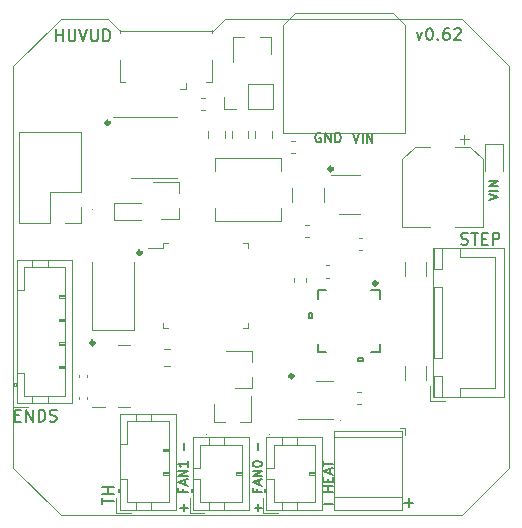
<source format=gbr>
G04 #@! TF.GenerationSoftware,KiCad,Pcbnew,(6.0.5)*
G04 #@! TF.CreationDate,2022-09-26T13:26:44+02:00*
G04 #@! TF.ProjectId,Huvud,48757675-642e-46b6-9963-61645f706362,rev?*
G04 #@! TF.SameCoordinates,PXad91980PY876bf80*
G04 #@! TF.FileFunction,Legend,Top*
G04 #@! TF.FilePolarity,Positive*
%FSLAX46Y46*%
G04 Gerber Fmt 4.6, Leading zero omitted, Abs format (unit mm)*
G04 Created by KiCad (PCBNEW (6.0.5)) date 2022-09-26 13:26:44*
%MOMM*%
%LPD*%
G01*
G04 APERTURE LIST*
%ADD10C,0.300000*%
G04 #@! TA.AperFunction,Profile*
%ADD11C,0.100000*%
G04 #@! TD*
G04 #@! TA.AperFunction,Profile*
%ADD12C,0.050000*%
G04 #@! TD*
%ADD13C,0.150000*%
%ADD14C,0.200000*%
%ADD15C,0.120000*%
%ADD16C,0.100000*%
%ADD17C,0.152400*%
G04 APERTURE END LIST*
D10*
X8150000Y33200000D02*
G75*
G03*
X8150000Y33200000I-150000J0D01*
G01*
X27020000Y29280000D02*
G75*
G03*
X27020000Y29280000I-150000J0D01*
G01*
X23700000Y11750000D02*
G75*
G03*
X23700000Y11750000I-150000J0D01*
G01*
X6850000Y14550000D02*
G75*
G03*
X6850000Y14550000I-150000J0D01*
G01*
X30800000Y19600000D02*
G75*
G03*
X30800000Y19600000I-150000J0D01*
G01*
X10850000Y22200000D02*
G75*
G03*
X10850000Y22200000I-150000J0D01*
G01*
D11*
X42000000Y38000000D02*
X42000000Y4000000D01*
D12*
X4000000Y42000000D02*
X8000000Y42000000D01*
X17900000Y42000000D02*
X38000000Y42000000D01*
D11*
X9000000Y41000000D02*
X8000000Y42000000D01*
D12*
X4000000Y0D02*
X0Y4000000D01*
X38000000Y42000000D02*
X42000000Y38000000D01*
D11*
X17900000Y42000000D02*
X16900000Y41000000D01*
X16900000Y41000000D02*
X9000000Y41000000D01*
D12*
X0Y38000000D02*
X4000000Y42000000D01*
D11*
X0Y4000000D02*
X0Y38000000D01*
D12*
X38000000Y0D02*
X42000000Y4000000D01*
D11*
X38000000Y0D02*
X4000000Y0D01*
D13*
X27061904Y1961905D02*
X26261904Y1961905D01*
X26642857Y1961905D02*
X26642857Y2419048D01*
X27061904Y2419048D02*
X26261904Y2419048D01*
X26642857Y2800000D02*
X26642857Y3066667D01*
X27061904Y3180953D02*
X27061904Y2800000D01*
X26261904Y2800000D01*
X26261904Y3180953D01*
X26833333Y3485715D02*
X26833333Y3866667D01*
X27061904Y3409524D02*
X26261904Y3676191D01*
X27061904Y3942858D01*
X26261904Y4095239D02*
X26261904Y4552381D01*
X27061904Y4323810D02*
X26261904Y4323810D01*
X20757142Y304762D02*
X20757142Y914286D01*
X21061904Y609524D02*
X20452380Y609524D01*
X20642857Y2171429D02*
X20642857Y1904762D01*
X21061904Y1904762D02*
X20261904Y1904762D01*
X20261904Y2285715D01*
X20833333Y2552381D02*
X20833333Y2933334D01*
X21061904Y2476191D02*
X20261904Y2742858D01*
X21061904Y3009524D01*
X21061904Y3276191D02*
X20261904Y3276191D01*
X21061904Y3733334D01*
X20261904Y3733334D01*
X20261904Y4266667D02*
X20261904Y4342858D01*
X20300000Y4419048D01*
X20338095Y4457143D01*
X20414285Y4495239D01*
X20566666Y4533334D01*
X20757142Y4533334D01*
X20909523Y4495239D01*
X20985714Y4457143D01*
X21023809Y4419048D01*
X21061904Y4342858D01*
X21061904Y4266667D01*
X21023809Y4190477D01*
X20985714Y4152381D01*
X20909523Y4114286D01*
X20757142Y4076191D01*
X20566666Y4076191D01*
X20414285Y4114286D01*
X20338095Y4152381D01*
X20300000Y4190477D01*
X20261904Y4266667D01*
X20757142Y5485715D02*
X20757142Y6095239D01*
X37919452Y22919239D02*
X38062309Y22871620D01*
X38300404Y22871620D01*
X38395642Y22919239D01*
X38443261Y22966858D01*
X38490880Y23062096D01*
X38490880Y23157334D01*
X38443261Y23252572D01*
X38395642Y23300191D01*
X38300404Y23347810D01*
X38109928Y23395429D01*
X38014690Y23443048D01*
X37967071Y23490667D01*
X37919452Y23585905D01*
X37919452Y23681143D01*
X37967071Y23776381D01*
X38014690Y23824000D01*
X38109928Y23871620D01*
X38348023Y23871620D01*
X38490880Y23824000D01*
X38776595Y23871620D02*
X39348023Y23871620D01*
X39062309Y22871620D02*
X39062309Y23871620D01*
X39681357Y23395429D02*
X40014690Y23395429D01*
X40157547Y22871620D02*
X39681357Y22871620D01*
X39681357Y23871620D01*
X40157547Y23871620D01*
X40586119Y22871620D02*
X40586119Y23871620D01*
X40967071Y23871620D01*
X41062309Y23824000D01*
X41109928Y23776381D01*
X41157547Y23681143D01*
X41157547Y23538286D01*
X41109928Y23443048D01*
X41062309Y23395429D01*
X40967071Y23347810D01*
X40586119Y23347810D01*
D14*
X34145238Y40864286D02*
X34383333Y40197620D01*
X34621428Y40864286D01*
X35192857Y41197620D02*
X35288095Y41197620D01*
X35383333Y41150000D01*
X35430952Y41102381D01*
X35478571Y41007143D01*
X35526190Y40816667D01*
X35526190Y40578572D01*
X35478571Y40388096D01*
X35430952Y40292858D01*
X35383333Y40245239D01*
X35288095Y40197620D01*
X35192857Y40197620D01*
X35097619Y40245239D01*
X35050000Y40292858D01*
X35002380Y40388096D01*
X34954761Y40578572D01*
X34954761Y40816667D01*
X35002380Y41007143D01*
X35050000Y41102381D01*
X35097619Y41150000D01*
X35192857Y41197620D01*
X35954761Y40292858D02*
X36002380Y40245239D01*
X35954761Y40197620D01*
X35907142Y40245239D01*
X35954761Y40292858D01*
X35954761Y40197620D01*
X36859523Y41197620D02*
X36669047Y41197620D01*
X36573809Y41150000D01*
X36526190Y41102381D01*
X36430952Y40959524D01*
X36383333Y40769048D01*
X36383333Y40388096D01*
X36430952Y40292858D01*
X36478571Y40245239D01*
X36573809Y40197620D01*
X36764285Y40197620D01*
X36859523Y40245239D01*
X36907142Y40292858D01*
X36954761Y40388096D01*
X36954761Y40626191D01*
X36907142Y40721429D01*
X36859523Y40769048D01*
X36764285Y40816667D01*
X36573809Y40816667D01*
X36478571Y40769048D01*
X36430952Y40721429D01*
X36383333Y40626191D01*
X37335714Y41102381D02*
X37383333Y41150000D01*
X37478571Y41197620D01*
X37716666Y41197620D01*
X37811904Y41150000D01*
X37859523Y41102381D01*
X37907142Y41007143D01*
X37907142Y40911905D01*
X37859523Y40769048D01*
X37288095Y40197620D01*
X37907142Y40197620D01*
D13*
X28773809Y32288096D02*
X29040476Y31488096D01*
X29307142Y32288096D01*
X29573809Y31488096D02*
X29573809Y32288096D01*
X29954761Y31488096D02*
X29954761Y32288096D01*
X30411904Y31488096D01*
X30411904Y32288096D01*
X26040476Y32300000D02*
X25964285Y32338096D01*
X25850000Y32338096D01*
X25735714Y32300000D01*
X25659523Y32223810D01*
X25621428Y32147620D01*
X25583333Y31995239D01*
X25583333Y31880953D01*
X25621428Y31728572D01*
X25659523Y31652381D01*
X25735714Y31576191D01*
X25850000Y31538096D01*
X25926190Y31538096D01*
X26040476Y31576191D01*
X26078571Y31614286D01*
X26078571Y31880953D01*
X25926190Y31880953D01*
X26421428Y31538096D02*
X26421428Y32338096D01*
X26878571Y31538096D01*
X26878571Y32338096D01*
X27259523Y31538096D02*
X27259523Y32338096D01*
X27450000Y32338096D01*
X27564285Y32300000D01*
X27640476Y32223810D01*
X27678571Y32147620D01*
X27716666Y31995239D01*
X27716666Y31880953D01*
X27678571Y31728572D01*
X27640476Y31652381D01*
X27564285Y31576191D01*
X27450000Y31538096D01*
X27259523Y31538096D01*
X40261904Y26623810D02*
X41061904Y26890477D01*
X40261904Y27157143D01*
X41061904Y27423810D02*
X40261904Y27423810D01*
X41061904Y27804762D02*
X40261904Y27804762D01*
X41061904Y28261905D01*
X40261904Y28261905D01*
X33119047Y1028572D02*
X33880952Y1028572D01*
X33500000Y647620D02*
X33500000Y1409524D01*
X14457142Y304762D02*
X14457142Y914286D01*
X14761904Y609524D02*
X14152380Y609524D01*
X14342857Y2171429D02*
X14342857Y1904762D01*
X14761904Y1904762D02*
X13961904Y1904762D01*
X13961904Y2285715D01*
X14533333Y2552381D02*
X14533333Y2933334D01*
X14761904Y2476191D02*
X13961904Y2742858D01*
X14761904Y3009524D01*
X14761904Y3276191D02*
X13961904Y3276191D01*
X14761904Y3733334D01*
X13961904Y3733334D01*
X14761904Y4533334D02*
X14761904Y4076191D01*
X14761904Y4304762D02*
X13961904Y4304762D01*
X14076190Y4228572D01*
X14152380Y4152381D01*
X14190476Y4076191D01*
X14457142Y5485715D02*
X14457142Y6095239D01*
X26319047Y928572D02*
X27080952Y928572D01*
X185714Y8421429D02*
X519047Y8421429D01*
X661904Y7897620D02*
X185714Y7897620D01*
X185714Y8897620D01*
X661904Y8897620D01*
X1090476Y7897620D02*
X1090476Y8897620D01*
X1661904Y7897620D01*
X1661904Y8897620D01*
X2138095Y7897620D02*
X2138095Y8897620D01*
X2376190Y8897620D01*
X2519047Y8850000D01*
X2614285Y8754762D01*
X2661904Y8659524D01*
X2709523Y8469048D01*
X2709523Y8326191D01*
X2661904Y8135715D01*
X2614285Y8040477D01*
X2519047Y7945239D01*
X2376190Y7897620D01*
X2138095Y7897620D01*
X3090476Y7945239D02*
X3233333Y7897620D01*
X3471428Y7897620D01*
X3566666Y7945239D01*
X3614285Y7992858D01*
X3661904Y8088096D01*
X3661904Y8183334D01*
X3614285Y8278572D01*
X3566666Y8326191D01*
X3471428Y8373810D01*
X3280952Y8421429D01*
X3185714Y8469048D01*
X3138095Y8516667D01*
X3090476Y8611905D01*
X3090476Y8707143D01*
X3138095Y8802381D01*
X3185714Y8850000D01*
X3280952Y8897620D01*
X3519047Y8897620D01*
X3661904Y8850000D01*
D14*
X3638095Y40097620D02*
X3638095Y41097620D01*
X3638095Y40621429D02*
X4209523Y40621429D01*
X4209523Y40097620D02*
X4209523Y41097620D01*
X4685714Y41097620D02*
X4685714Y40288096D01*
X4733333Y40192858D01*
X4780952Y40145239D01*
X4876190Y40097620D01*
X5066666Y40097620D01*
X5161904Y40145239D01*
X5209523Y40192858D01*
X5257142Y40288096D01*
X5257142Y41097620D01*
X5590476Y41097620D02*
X5923809Y40097620D01*
X6257142Y41097620D01*
X6590476Y41097620D02*
X6590476Y40288096D01*
X6638095Y40192858D01*
X6685714Y40145239D01*
X6780952Y40097620D01*
X6971428Y40097620D01*
X7066666Y40145239D01*
X7114285Y40192858D01*
X7161904Y40288096D01*
X7161904Y41097620D01*
X7638095Y40097620D02*
X7638095Y41097620D01*
X7876190Y41097620D01*
X8019047Y41050000D01*
X8114285Y40954762D01*
X8161904Y40859524D01*
X8209523Y40669048D01*
X8209523Y40526191D01*
X8161904Y40335715D01*
X8114285Y40240477D01*
X8019047Y40145239D01*
X7876190Y40097620D01*
X7638095Y40097620D01*
D13*
X7502380Y890477D02*
X7502380Y1461905D01*
X8502380Y1176191D02*
X7502380Y1176191D01*
X8502380Y1795239D02*
X7502380Y1795239D01*
X7978571Y1795239D02*
X7978571Y2366667D01*
X8502380Y2366667D02*
X7502380Y2366667D01*
D15*
X10250000Y15650000D02*
X10250000Y21400000D01*
X6650000Y15650000D02*
X10250000Y15650000D01*
X6650000Y21400000D02*
X6650000Y15650000D01*
X19443600Y15806900D02*
X19893600Y15806900D01*
X12673600Y23026900D02*
X12673600Y22576900D01*
X19893600Y23026900D02*
X19893600Y22576900D01*
X12673600Y22576900D02*
X11383600Y22576900D01*
X12673600Y15806900D02*
X12673600Y16256900D01*
X19893600Y15806900D02*
X19893600Y16256900D01*
X13123600Y15806900D02*
X12673600Y15806900D01*
X19443600Y23026900D02*
X19893600Y23026900D01*
X13123600Y23026900D02*
X12673600Y23026900D01*
X13258578Y12590000D02*
X12741422Y12590000D01*
X13258578Y14010000D02*
X12741422Y14010000D01*
X3900000Y18600000D02*
X4400000Y18600000D01*
X900000Y12000000D02*
X900000Y10050000D01*
X3900000Y12600000D02*
X4400000Y12600000D01*
X3900000Y14400000D02*
X3900000Y14600000D01*
X3900000Y12400000D02*
X3900000Y12600000D01*
X1600000Y9440000D02*
X1600000Y10050000D01*
X900000Y19000000D02*
X290000Y19000000D01*
X1600000Y21560000D02*
X1600000Y20950000D01*
X-10000Y9140000D02*
X1240000Y9140000D01*
X2900000Y21560000D02*
X2900000Y20950000D01*
X290000Y11200000D02*
X90000Y11200000D01*
X3900000Y14600000D02*
X4400000Y14600000D01*
X-10000Y10390000D02*
X-10000Y9140000D01*
X900000Y20950000D02*
X900000Y19000000D01*
X4400000Y12500000D02*
X3900000Y12500000D01*
X4400000Y20950000D02*
X900000Y20950000D01*
X5010000Y21560000D02*
X290000Y21560000D01*
X4400000Y18500000D02*
X3900000Y18500000D01*
X4400000Y12400000D02*
X3900000Y12400000D01*
X2900000Y9440000D02*
X2900000Y10050000D01*
X4400000Y14400000D02*
X3900000Y14400000D01*
X290000Y12000000D02*
X900000Y12000000D01*
X4400000Y16500000D02*
X3900000Y16500000D01*
X900000Y10050000D02*
X4400000Y10050000D01*
X5010000Y9440000D02*
X5010000Y21560000D01*
X3900000Y16600000D02*
X4400000Y16600000D01*
X4400000Y10050000D02*
X4400000Y20950000D01*
X4400000Y14500000D02*
X3900000Y14500000D01*
X190000Y11200000D02*
X190000Y10900000D01*
X4400000Y18400000D02*
X3900000Y18400000D01*
X3900000Y18400000D02*
X3900000Y18600000D01*
X290000Y9440000D02*
X5010000Y9440000D01*
X290000Y21560000D02*
X290000Y9440000D01*
X4400000Y16400000D02*
X3900000Y16400000D01*
X90000Y10900000D02*
X290000Y10900000D01*
X3900000Y16400000D02*
X3900000Y16600000D01*
X90000Y11200000D02*
X90000Y10900000D01*
D16*
X21700000Y6830000D02*
G75*
G03*
X21700000Y6830000I-50000J0D01*
G01*
X27710000Y8000000D02*
G75*
G03*
X27710000Y8000000I-50000J0D01*
G01*
D15*
X20210000Y13880000D02*
X18050000Y13880000D01*
X20210000Y13880000D02*
X20210000Y12950000D01*
X20210000Y10720000D02*
X18750000Y10720000D01*
X20210000Y10720000D02*
X20210000Y11650000D01*
X21440000Y6560000D02*
X21440000Y440000D01*
X26160000Y440000D02*
X26160000Y6560000D01*
X22050000Y5950000D02*
X22050000Y4000000D01*
X21440000Y440000D02*
X26160000Y440000D01*
X22750000Y6560000D02*
X22750000Y5950000D01*
X25550000Y3500000D02*
X25050000Y3500000D01*
X25550000Y1050000D02*
X25550000Y5950000D01*
X21140000Y1390000D02*
X21140000Y140000D01*
X21340000Y2200000D02*
X21340000Y1900000D01*
X25050000Y3600000D02*
X25550000Y3600000D01*
X21140000Y140000D02*
X22390000Y140000D01*
X22050000Y1050000D02*
X25550000Y1050000D01*
X22050000Y3000000D02*
X22050000Y1050000D01*
X25550000Y5950000D02*
X22050000Y5950000D01*
X21240000Y1900000D02*
X21440000Y1900000D01*
X25550000Y3400000D02*
X25050000Y3400000D01*
X22750000Y440000D02*
X22750000Y1050000D01*
X25050000Y3400000D02*
X25050000Y3600000D01*
X26160000Y6560000D02*
X21440000Y6560000D01*
X21440000Y3000000D02*
X22050000Y3000000D01*
X21240000Y2200000D02*
X21240000Y1900000D01*
X22050000Y4000000D02*
X21440000Y4000000D01*
X24050000Y440000D02*
X24050000Y1050000D01*
X21440000Y2200000D02*
X21240000Y2200000D01*
X24050000Y6560000D02*
X24050000Y5950000D01*
X29562779Y22440000D02*
X29237221Y22440000D01*
X29562779Y23460000D02*
X29237221Y23460000D01*
X26437221Y20090000D02*
X26762779Y20090000D01*
X26437221Y21110000D02*
X26762779Y21110000D01*
X29412779Y10410000D02*
X29087221Y10410000D01*
X29412779Y9390000D02*
X29087221Y9390000D01*
X33140000Y21402064D02*
X33140000Y20197936D01*
X34960000Y21402064D02*
X34960000Y20197936D01*
X34960000Y11397936D02*
X34960000Y12602064D01*
X33140000Y11397936D02*
X33140000Y12602064D01*
X13150000Y3400000D02*
X12650000Y3400000D01*
X11650000Y8560000D02*
X11650000Y7950000D01*
X9040000Y440000D02*
X13760000Y440000D01*
X10350000Y440000D02*
X10350000Y1050000D01*
X12650000Y5600000D02*
X13150000Y5600000D01*
X9650000Y3000000D02*
X9650000Y1050000D01*
X9040000Y3000000D02*
X9650000Y3000000D01*
X8740000Y1390000D02*
X8740000Y140000D01*
X13760000Y440000D02*
X13760000Y8560000D01*
X13150000Y5500000D02*
X12650000Y5500000D01*
X8840000Y2200000D02*
X8840000Y1900000D01*
X9650000Y7950000D02*
X9650000Y6000000D01*
X11650000Y440000D02*
X11650000Y1050000D01*
X12650000Y3400000D02*
X12650000Y3600000D01*
X13150000Y1050000D02*
X13150000Y7950000D01*
X8940000Y2200000D02*
X8940000Y1900000D01*
X12650000Y5400000D02*
X12650000Y5600000D01*
X10350000Y8560000D02*
X10350000Y7950000D01*
X9040000Y8560000D02*
X9040000Y440000D01*
X12650000Y3600000D02*
X13150000Y3600000D01*
X9040000Y2200000D02*
X8840000Y2200000D01*
X13150000Y7950000D02*
X9650000Y7950000D01*
X13150000Y3500000D02*
X12650000Y3500000D01*
X13150000Y5400000D02*
X12650000Y5400000D01*
X8840000Y1900000D02*
X9040000Y1900000D01*
X8740000Y140000D02*
X9990000Y140000D01*
X9650000Y6000000D02*
X9040000Y6000000D01*
X9650000Y1050000D02*
X13150000Y1050000D01*
X13760000Y8560000D02*
X9040000Y8560000D01*
X14600000Y36087500D02*
X14600000Y36537500D01*
X9000000Y36637500D02*
X9450000Y36637500D01*
X16800000Y41037500D02*
X16800000Y40787500D01*
X14600000Y36087500D02*
X14150000Y36087500D01*
X16800000Y36637500D02*
X16350000Y36637500D01*
X9000000Y38487500D02*
X9000000Y36637500D01*
X9000000Y41037500D02*
X9000000Y40787500D01*
X16800000Y38487500D02*
X16800000Y36637500D01*
X5718500Y26024000D02*
X5718500Y24694000D01*
X3118500Y27294000D02*
X3118500Y24694000D01*
X3118500Y24694000D02*
X518500Y24694000D01*
X518500Y24694000D02*
X518500Y32434000D01*
X5718500Y24694000D02*
X4388500Y24694000D01*
X5718500Y27294000D02*
X3118500Y27294000D01*
X5718500Y32434000D02*
X518500Y32434000D01*
X5718500Y27294000D02*
X5718500Y32434000D01*
D16*
X16350000Y6810000D02*
G75*
G03*
X16350000Y6810000I-50000J0D01*
G01*
D15*
X14940000Y1390000D02*
X14940000Y140000D01*
X19350000Y5950000D02*
X15850000Y5950000D01*
X16550000Y440000D02*
X16550000Y1050000D01*
X16550000Y6560000D02*
X16550000Y5950000D01*
X15850000Y1050000D02*
X19350000Y1050000D01*
X15240000Y440000D02*
X19960000Y440000D01*
X15140000Y2200000D02*
X15140000Y1900000D01*
X15850000Y3000000D02*
X15850000Y1050000D01*
X15240000Y3000000D02*
X15850000Y3000000D01*
X18850000Y3600000D02*
X19350000Y3600000D01*
X15240000Y6560000D02*
X15240000Y440000D01*
X15850000Y4000000D02*
X15240000Y4000000D01*
X17850000Y440000D02*
X17850000Y1050000D01*
X19350000Y3500000D02*
X18850000Y3500000D01*
X19960000Y6560000D02*
X15240000Y6560000D01*
X18850000Y3400000D02*
X18850000Y3600000D01*
X17850000Y6560000D02*
X17850000Y5950000D01*
X15040000Y1900000D02*
X15240000Y1900000D01*
X15850000Y5950000D02*
X15850000Y4000000D01*
X19350000Y3400000D02*
X18850000Y3400000D01*
X14940000Y140000D02*
X16190000Y140000D01*
X15040000Y2200000D02*
X15040000Y1900000D01*
X15240000Y2200000D02*
X15040000Y2200000D01*
X19350000Y1050000D02*
X19350000Y5950000D01*
X19960000Y440000D02*
X19960000Y6560000D01*
D17*
X30322140Y13746300D02*
X31016700Y13746300D01*
X25073100Y17065699D02*
X25073100Y16684699D01*
X29197301Y13060500D02*
X29197301Y13314500D01*
X29578301Y13314500D02*
X29578301Y13060500D01*
X31016700Y18309540D02*
X31016700Y19004100D01*
X25758900Y13746300D02*
X26453460Y13746300D01*
X25327100Y16684699D02*
X25327100Y17065699D01*
X25758900Y19004100D02*
X25758900Y18309540D01*
X25758900Y14440860D02*
X25758900Y13746300D01*
X25073100Y16684699D02*
X25327100Y16684699D01*
X29578301Y13060500D02*
X29197301Y13060500D01*
X31016700Y19004100D02*
X30322140Y19004100D01*
X29197301Y13314500D02*
X29578301Y13314500D01*
X25327100Y17065699D02*
X25073100Y17065699D01*
X31016700Y13746300D02*
X31016700Y14440860D01*
X26453460Y19004100D02*
X25758900Y19004100D01*
D15*
X25600000Y11310000D02*
X27100000Y11310000D01*
X24100000Y8090000D02*
X27100000Y8090000D01*
X23590000Y27682064D02*
X23590000Y26477936D01*
X26310000Y27682064D02*
X26310000Y26477936D01*
X19910000Y31941422D02*
X19910000Y32458578D01*
X18490000Y31941422D02*
X18490000Y32458578D01*
X27570000Y25510000D02*
X29370000Y25510000D01*
X29370000Y28730000D02*
X26920000Y28730000D01*
X17910000Y31941422D02*
X17910000Y32458578D01*
X16490000Y31941422D02*
X16490000Y32458578D01*
X20490000Y31941422D02*
X20490000Y32458578D01*
X21910000Y31941422D02*
X21910000Y32458578D01*
X25012779Y24560000D02*
X24687221Y24560000D01*
X25012779Y23540000D02*
X24687221Y23540000D01*
X23537221Y30640000D02*
X23862779Y30640000D01*
X23537221Y31660000D02*
X23862779Y31660000D01*
X22650000Y30250000D02*
X22650000Y29100000D01*
X22650000Y24850000D02*
X22650000Y26000000D01*
X17050000Y30250000D02*
X17050000Y29100000D01*
X22650000Y24850000D02*
X17050000Y24850000D01*
X22650000Y30250000D02*
X17050000Y30250000D01*
X17050000Y24850000D02*
X17050000Y26000000D01*
X27140000Y380000D02*
X27140000Y7120000D01*
X32920000Y1500000D02*
X27140000Y1500000D01*
X32920000Y6600000D02*
X27140000Y6600000D01*
X32920000Y7120000D02*
X27140000Y7120000D01*
X32920000Y380000D02*
X27140000Y380000D01*
X33160000Y7360000D02*
X32760000Y7360000D01*
X32920000Y380000D02*
X32920000Y7120000D01*
X33160000Y6720000D02*
X33160000Y7360000D01*
X39760000Y30095563D02*
X39760000Y24340000D01*
X38591250Y31793750D02*
X37803750Y31793750D01*
X38695563Y31160000D02*
X37410000Y31160000D01*
X39760000Y24340000D02*
X37410000Y24340000D01*
X34004437Y31160000D02*
X35290000Y31160000D01*
X32940000Y30095563D02*
X32940000Y24340000D01*
X34004437Y31160000D02*
X32940000Y30095563D01*
X38197500Y32187500D02*
X38197500Y31400000D01*
X38695563Y31160000D02*
X39760000Y30095563D01*
X32940000Y24340000D02*
X35290000Y24340000D01*
D16*
X6750000Y25890000D02*
G75*
G03*
X6750000Y25890000I-50000J0D01*
G01*
D15*
X35578500Y22584000D02*
X35578500Y9964000D01*
X37838500Y21824000D02*
X40788500Y21824000D01*
X35588500Y20774000D02*
X36338500Y20774000D01*
X35588500Y19274000D02*
X35588500Y13274000D01*
X41548500Y9964000D02*
X41548500Y22584000D01*
X40788500Y21824000D02*
X40788500Y16274000D01*
X37838500Y10724000D02*
X40788500Y10724000D01*
X35588500Y9974000D02*
X36338500Y9974000D01*
X36338500Y9974000D02*
X36338500Y11774000D01*
X36338500Y19274000D02*
X35588500Y19274000D01*
X36338500Y13274000D02*
X36338500Y19274000D01*
X35288500Y9674000D02*
X36538500Y9674000D01*
X36338500Y20774000D02*
X36338500Y22574000D01*
X35588500Y13274000D02*
X36338500Y13274000D01*
X35588500Y11774000D02*
X35588500Y9974000D01*
X40788500Y10724000D02*
X40788500Y16274000D01*
X37838500Y9974000D02*
X37838500Y10724000D01*
X36338500Y22574000D02*
X35588500Y22574000D01*
X35588500Y22574000D02*
X35588500Y20774000D01*
X37838500Y22574000D02*
X37838500Y21824000D01*
X35288500Y10924000D02*
X35288500Y9674000D01*
X41548500Y22584000D02*
X35578500Y22584000D01*
X36338500Y11774000D02*
X35588500Y11774000D01*
X35578500Y9964000D02*
X41548500Y9964000D01*
X22815000Y32350000D02*
X22815000Y41480000D01*
X23815000Y42480000D02*
X32185000Y42480000D01*
X32185000Y42480000D02*
X33185000Y41480000D01*
X33185000Y32350000D02*
X22815000Y32350000D01*
X22815000Y41480000D02*
X23815000Y42480000D01*
X33185000Y41480000D02*
X33185000Y32350000D01*
X23790000Y19737221D02*
X23790000Y20062779D01*
X24810000Y19737221D02*
X24810000Y20062779D01*
X41435000Y31385000D02*
X39965000Y31385000D01*
X41435000Y29100000D02*
X41435000Y31385000D01*
X39965000Y31385000D02*
X39965000Y29100000D01*
X11900000Y28540000D02*
X9950000Y28540000D01*
X11900000Y28540000D02*
X13850000Y28540000D01*
X11900000Y33660000D02*
X13850000Y33660000D01*
X11900000Y33660000D02*
X8450000Y33660000D01*
X21780000Y40460000D02*
X21780000Y39000000D01*
X18620000Y40460000D02*
X19550000Y40460000D01*
X21780000Y40460000D02*
X20850000Y40460000D01*
X18620000Y40460000D02*
X18620000Y38300000D01*
X8860000Y14360000D02*
X9910000Y14360000D01*
X7740000Y9140000D02*
X6690000Y9140000D01*
X8860000Y9140000D02*
X9910000Y9140000D01*
X10850000Y26435000D02*
X8565000Y26435000D01*
X8565000Y26435000D02*
X8565000Y24965000D01*
X8565000Y24965000D02*
X10850000Y24965000D01*
X14010000Y25020000D02*
X14010000Y25950000D01*
X14010000Y28180000D02*
X11850000Y28180000D01*
X14010000Y28180000D02*
X14010000Y27250000D01*
X14010000Y25020000D02*
X12550000Y25020000D01*
X16970000Y7890000D02*
X16970000Y9350000D01*
X20130000Y7890000D02*
X19200000Y7890000D01*
X20130000Y7890000D02*
X20130000Y10050000D01*
X16970000Y7890000D02*
X17900000Y7890000D01*
X15887221Y34290000D02*
X16212779Y34290000D01*
X15887221Y35310000D02*
X16212779Y35310000D01*
X19900000Y34340000D02*
X21960000Y34340000D01*
X21960000Y34340000D02*
X21960000Y36460000D01*
X17840000Y34340000D02*
X17840000Y35400000D01*
X19900000Y34340000D02*
X19900000Y36460000D01*
X19900000Y36460000D02*
X21960000Y36460000D01*
X18900000Y34340000D02*
X17840000Y34340000D01*
X5540000Y11857836D02*
X5540000Y11642164D01*
X6260000Y11857836D02*
X6260000Y11642164D01*
X5540000Y10007836D02*
X5540000Y9792164D01*
X6260000Y10007836D02*
X6260000Y9792164D01*
M02*

</source>
